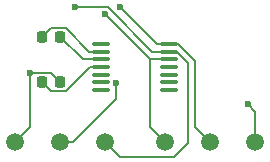
<source format=gbr>
%TF.GenerationSoftware,KiCad,Pcbnew,9.0.6*%
%TF.CreationDate,2026-01-10T16:59:14-06:00*%
%TF.ProjectId,hall_effect_breakout,68616c6c-5f65-4666-9665-63745f627265,rev?*%
%TF.SameCoordinates,Original*%
%TF.FileFunction,Copper,L2,Bot*%
%TF.FilePolarity,Positive*%
%FSLAX46Y46*%
G04 Gerber Fmt 4.6, Leading zero omitted, Abs format (unit mm)*
G04 Created by KiCad (PCBNEW 9.0.6) date 2026-01-10 16:59:14*
%MOMM*%
%LPD*%
G01*
G04 APERTURE LIST*
G04 Aperture macros list*
%AMRoundRect*
0 Rectangle with rounded corners*
0 $1 Rounding radius*
0 $2 $3 $4 $5 $6 $7 $8 $9 X,Y pos of 4 corners*
0 Add a 4 corners polygon primitive as box body*
4,1,4,$2,$3,$4,$5,$6,$7,$8,$9,$2,$3,0*
0 Add four circle primitives for the rounded corners*
1,1,$1+$1,$2,$3*
1,1,$1+$1,$4,$5*
1,1,$1+$1,$6,$7*
1,1,$1+$1,$8,$9*
0 Add four rect primitives between the rounded corners*
20,1,$1+$1,$2,$3,$4,$5,0*
20,1,$1+$1,$4,$5,$6,$7,0*
20,1,$1+$1,$6,$7,$8,$9,0*
20,1,$1+$1,$8,$9,$2,$3,0*%
G04 Aperture macros list end*
%TA.AperFunction,SMDPad,CuDef*%
%ADD10C,1.500000*%
%TD*%
%TA.AperFunction,SMDPad,CuDef*%
%ADD11RoundRect,0.225000X0.225000X0.250000X-0.225000X0.250000X-0.225000X-0.250000X0.225000X-0.250000X0*%
%TD*%
%TA.AperFunction,SMDPad,CuDef*%
%ADD12RoundRect,0.100000X0.637500X0.100000X-0.637500X0.100000X-0.637500X-0.100000X0.637500X-0.100000X0*%
%TD*%
%TA.AperFunction,ViaPad*%
%ADD13C,0.600000*%
%TD*%
%TA.AperFunction,Conductor*%
%ADD14C,0.200000*%
%TD*%
G04 APERTURE END LIST*
D10*
%TO.P,5V,1,1*%
%TO.N,+5V*%
X91440000Y-107950000D03*
%TD*%
%TO.P,GND,1,1*%
%TO.N,GND*%
X111760000Y-107950000D03*
%TD*%
%TO.P,TMP,1,1*%
%TO.N,/Temp*%
X95250000Y-107950000D03*
%TD*%
D11*
%TO.P,C1,2*%
%TO.N,Net-(U1-GND)*%
X93700000Y-99060000D03*
%TO.P,C1,1*%
%TO.N,Net-(U1-VDD3V)*%
X95250000Y-99060000D03*
%TD*%
%TO.P,C2,2*%
%TO.N,Net-(U1-VDD5V)*%
X93700000Y-102870000D03*
%TO.P,C2,1*%
%TO.N,+5V*%
X95250000Y-102870000D03*
%TD*%
D12*
%TO.P,U1,1,~{CSn}*%
%TO.N,/H3{slash}CS*%
X104462500Y-99650000D03*
%TO.P,U1,2,CLK*%
%TO.N,/H1{slash}SCK*%
X104462500Y-100300000D03*
%TO.P,U1,3,MISO*%
%TO.N,/H2{slash}MISO*%
X104462500Y-100950000D03*
%TO.P,U1,4,MOSI*%
%TO.N,+3.3V*%
X104462500Y-101600000D03*
%TO.P,U1,5,TEST*%
%TO.N,unconnected-(U1-TEST-Pad5)*%
X104462500Y-102250000D03*
%TO.P,U1,6,TEST*%
%TO.N,unconnected-(U1-TEST-Pad6)*%
X104462500Y-102900000D03*
%TO.P,U1,7,TEST*%
%TO.N,unconnected-(U1-TEST-Pad7)*%
X104462500Y-103550000D03*
%TO.P,U1,8,TEST*%
%TO.N,unconnected-(U1-TEST-Pad8)*%
X98737500Y-103550000D03*
%TO.P,U1,9,TEST*%
%TO.N,unconnected-(U1-TEST-Pad9)*%
X98737500Y-102900000D03*
%TO.P,U1,10,TEST*%
%TO.N,unconnected-(U1-TEST-Pad10)*%
X98737500Y-102250000D03*
%TO.P,U1,11,VDD5V*%
%TO.N,Net-(U1-VDD5V)*%
X98737500Y-101600000D03*
%TO.P,U1,12,VDD3V*%
%TO.N,Net-(U1-VDD3V)*%
X98737500Y-100950000D03*
%TO.P,U1,13,GND*%
%TO.N,Net-(U1-GND)*%
X98737500Y-100300000D03*
%TO.P,U1,14,PWM*%
%TO.N,unconnected-(U1-PWM-Pad14)*%
X98737500Y-99650000D03*
%TD*%
D10*
%TO.P,H1,1,1*%
%TO.N,/H1{slash}SCK*%
X99060000Y-107950000D03*
%TD*%
%TO.P,H2,1,1*%
%TO.N,/H2{slash}MISO*%
X104140000Y-107950000D03*
%TD*%
%TO.P,H3,1,1*%
%TO.N,/H3{slash}CS*%
X107950000Y-107950000D03*
%TD*%
D13*
%TO.N,GND*%
X111125000Y-104775000D03*
%TO.N,/H1{slash}SCK*%
X96520000Y-96520000D03*
%TO.N,+5V*%
X92710000Y-102094000D03*
%TO.N,/Temp*%
X99975000Y-102965000D03*
%TO.N,/H2{slash}MISO*%
X99060000Y-97155000D03*
%TO.N,/H3{slash}CS*%
X100330000Y-96520000D03*
%TD*%
D14*
%TO.N,Net-(U1-GND)*%
X97715100Y-100300000D02*
X98737500Y-100300000D01*
X95699100Y-98284000D02*
X97715100Y-100300000D01*
X94476000Y-98284000D02*
X95699100Y-98284000D01*
X93700000Y-99060000D02*
X94476000Y-98284000D01*
%TO.N,Net-(U1-VDD3V)*%
X97140000Y-100950000D02*
X98737500Y-100950000D01*
X95250000Y-99060000D02*
X97140000Y-100950000D01*
%TO.N,Net-(U1-VDD5V)*%
X94476000Y-103646000D02*
X93700000Y-102870000D01*
X95699100Y-103646000D02*
X94476000Y-103646000D01*
X97745100Y-101600000D02*
X95699100Y-103646000D01*
X98737500Y-101600000D02*
X97745100Y-101600000D01*
%TO.N,GND*%
X111760000Y-105410000D02*
X111125000Y-104775000D01*
X111760000Y-107950000D02*
X111760000Y-105410000D01*
%TO.N,/H1{slash}SCK*%
X103055000Y-100300000D02*
X104462000Y-100300000D01*
X99274900Y-96520000D02*
X103055000Y-100300000D01*
X96520000Y-96520000D02*
X99274900Y-96520000D01*
X104462000Y-100300000D02*
X103055000Y-100300000D01*
X105120000Y-100300000D02*
X104462000Y-100300000D01*
X106045000Y-101225000D02*
X105120000Y-100300000D01*
X106045000Y-108058000D02*
X106045000Y-101225000D01*
X104883000Y-109220000D02*
X106045000Y-108058000D01*
X100330000Y-109220000D02*
X104883000Y-109220000D01*
X99060000Y-107950000D02*
X100330000Y-109220000D01*
%TO.N,+5V*%
X92710000Y-106680000D02*
X91440000Y-107950000D01*
X92710000Y-102094000D02*
X92710000Y-106680000D01*
X94474000Y-102094000D02*
X95250000Y-102870000D01*
X92710000Y-102094000D02*
X94474000Y-102094000D01*
%TO.N,/Temp*%
X99975000Y-104286000D02*
X99975000Y-102965000D01*
X96310700Y-107950000D02*
X99975000Y-104286000D01*
X95250000Y-107950000D02*
X96310700Y-107950000D01*
%TO.N,/H2{slash}MISO*%
X102855000Y-100950000D02*
X102870000Y-100950000D01*
X99060000Y-97155000D02*
X102855000Y-100950000D01*
X102870000Y-106680000D02*
X102870000Y-100950000D01*
X104140000Y-107950000D02*
X102870000Y-106680000D01*
X102870000Y-100950000D02*
X104462000Y-100950000D01*
X104462500Y-100950000D02*
X104462000Y-100950000D01*
%TO.N,/H3{slash}CS*%
X103460000Y-99650000D02*
X104462000Y-99650000D01*
X100330000Y-96520000D02*
X103460000Y-99650000D01*
X106680000Y-106680000D02*
X107950000Y-107950000D01*
X106680000Y-101130000D02*
X106680000Y-106680000D01*
X105200000Y-99650000D02*
X106680000Y-101130000D01*
X104462000Y-99650000D02*
X105200000Y-99650000D01*
%TD*%
M02*

</source>
